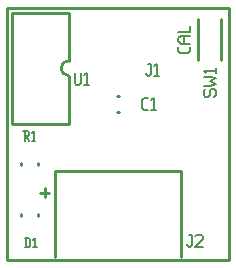
<source format=gbr>
G04 start of page 9 for group -4079 idx -4079 *
G04 Title: (unknown), topsilk *
G04 Creator: pcb 4.0.2 *
G04 CreationDate: Mon Jan 25 18:06:35 2021 UTC *
G04 For: ndholmes *
G04 Format: Gerber/RS-274X *
G04 PCB-Dimensions (mil): 950.00 1050.00 *
G04 PCB-Coordinate-Origin: lower left *
%MOIN*%
%FSLAX25Y25*%
%LNTOPSILK*%
%ADD30C,0.0060*%
%ADD29C,0.0100*%
G54D29*X23000Y34500D02*Y31500D01*
X21500Y33000D02*X24500D01*
X10500Y94500D02*X84500D01*
Y10500D01*
X10500D01*
Y94500D01*
G54D30*X71500Y81500D02*Y80200D01*
X70800Y79500D02*X71500Y80200D01*
X68200Y79500D02*X70800D01*
X68200D02*X67500Y80200D01*
Y81500D02*Y80200D01*
X68500Y82700D02*X71500D01*
X68500D02*X67500Y83400D01*
Y84500D02*Y83400D01*
Y84500D02*X68500Y85200D01*
X71500D01*
X69500D02*Y82700D01*
X67500Y86400D02*X71500D01*
Y88400D02*Y86400D01*
G54D29*X15245Y42893D02*Y42107D01*
X20755Y42893D02*Y42107D01*
X15245Y25893D02*Y25107D01*
X20755Y25893D02*Y25107D01*
X47107Y65255D02*X47893D01*
X47107Y59745D02*X47893D01*
X12000Y93000D02*X31000D01*
X12000D02*Y56000D01*
X31000D01*
Y93000D02*Y77000D01*
Y72000D02*Y56000D01*
Y77000D02*G75*G03X31000Y72000I0J-2500D01*G01*
X74063Y90890D02*Y77110D01*
X81937Y90890D02*Y77110D01*
X26500Y40250D02*X68500D01*
X26500D02*Y11500D01*
X68500Y40250D02*Y11500D01*
G54D30*X15936Y53380D02*X17476D01*
X17861Y52995D01*
Y52225D01*
X17476Y51840D02*X17861Y52225D01*
X16321Y51840D02*X17476D01*
X16321Y53380D02*Y50300D01*
X16937Y51840D02*X17861Y50300D01*
X18785Y52764D02*X19401Y53380D01*
Y50300D01*
X18785D02*X19940D01*
X16735Y17880D02*Y14800D01*
X17736Y17880D02*X18275Y17341D01*
Y15339D01*
X17736Y14800D02*X18275Y15339D01*
X16350Y14800D02*X17736D01*
X16350Y17880D02*X17736D01*
X19199Y17264D02*X19815Y17880D01*
Y14800D01*
X19199D02*X20354D01*
X33000Y73000D02*Y69500D01*
X33500Y69000D01*
X34500D01*
X35000Y69500D01*
Y73000D02*Y69500D01*
X36200Y72200D02*X37000Y73000D01*
Y69000D01*
X36200D02*X37700D01*
X76000Y67000D02*X76500Y67500D01*
X76000Y67000D02*Y65500D01*
X76500Y65000D02*X76000Y65500D01*
X76500Y65000D02*X77500D01*
X78000Y65500D01*
Y67000D02*Y65500D01*
Y67000D02*X78500Y67500D01*
X79500D01*
X80000Y67000D02*X79500Y67500D01*
X80000Y67000D02*Y65500D01*
X79500Y65000D02*X80000Y65500D01*
X76000Y68700D02*X78000D01*
X80000Y69200D01*
X78000Y70200D01*
X80000Y71200D01*
X78000Y71700D01*
X76000D02*X78000D01*
X76800Y72900D02*X76000Y73700D01*
X80000D01*
Y74400D02*Y72900D01*
X56093Y60650D02*X57393D01*
X55393Y61350D02*X56093Y60650D01*
X55393Y63950D02*Y61350D01*
Y63950D02*X56093Y64650D01*
X57393D01*
X58593Y63850D02*X59393Y64650D01*
Y60650D01*
X58593D02*X60093D01*
X57606Y76000D02*X58406D01*
Y72500D01*
X57906Y72000D02*X58406Y72500D01*
X57406Y72000D02*X57906D01*
X56906Y72500D02*X57406Y72000D01*
X56906Y73000D02*Y72500D01*
X59606Y75200D02*X60406Y76000D01*
Y72000D01*
X59606D02*X61106D01*
X71200Y19000D02*X72000D01*
Y15500D01*
X71500Y15000D02*X72000Y15500D01*
X71000Y15000D02*X71500D01*
X70500Y15500D02*X71000Y15000D01*
X70500Y16000D02*Y15500D01*
X73200Y18500D02*X73700Y19000D01*
X75200D01*
X75700Y18500D01*
Y17500D01*
X73200Y15000D02*X75700Y17500D01*
X73200Y15000D02*X75700D01*
M02*

</source>
